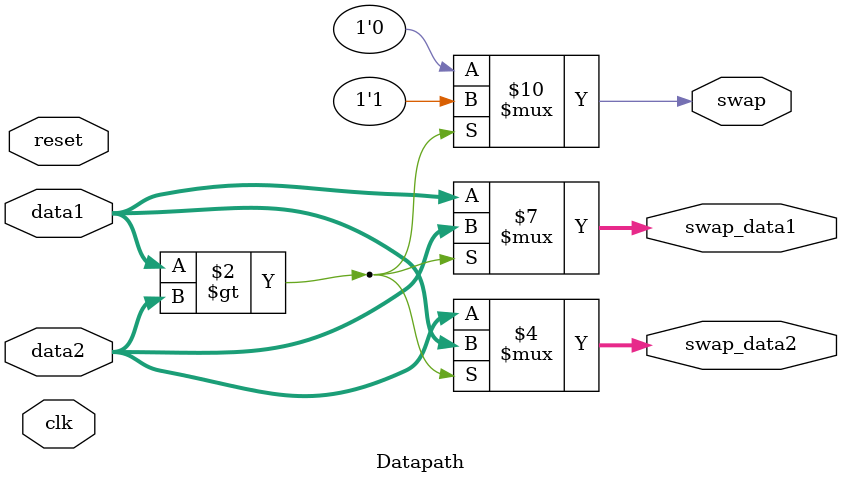
<source format=sv>
module Datapath #(parameter DATA_WIDTH = 8) (
    input logic clk,
    input logic reset,
    input logic [DATA_WIDTH-1:0] data1,
    input logic [DATA_WIDTH-1:0] data2,
    output logic [DATA_WIDTH-1:0] swap_data1,
    output logic [DATA_WIDTH-1:0] swap_data2,
    output logic swap
);
    always_comb begin
        if (data1 > data2) begin
            swap = 1;
            swap_data1 = data2;
            swap_data2 = data1;
        end else begin
            swap = 0;
            swap_data1 = data1;
            swap_data2 = data2;
        end
    end
endmodule
</source>
